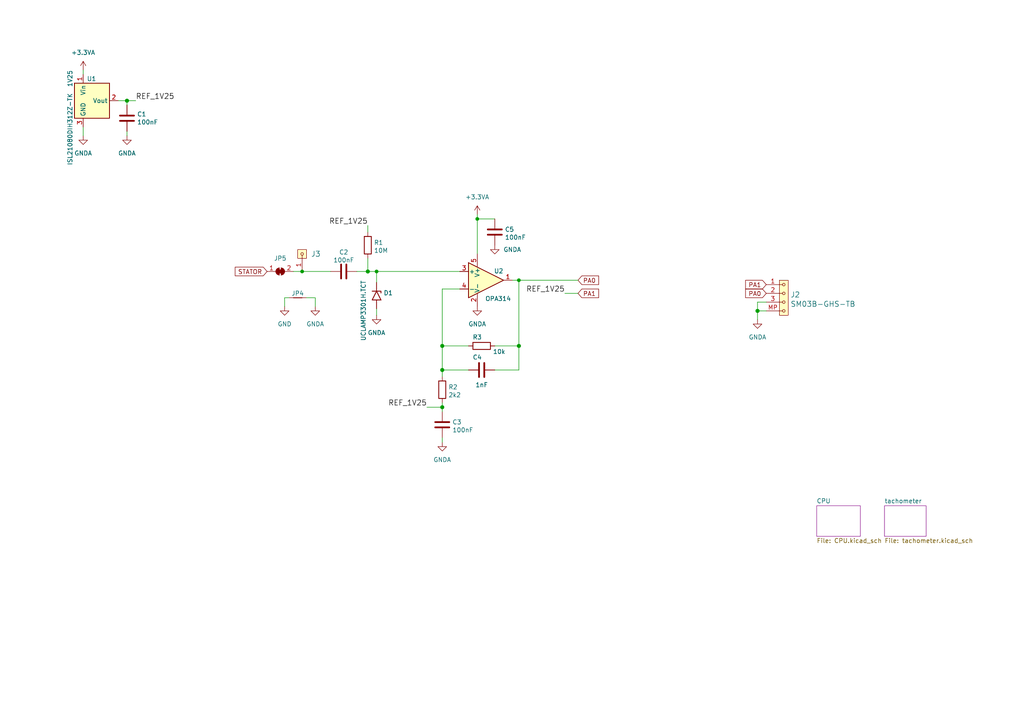
<source format=kicad_sch>
(kicad_sch (version 20230121) (generator eeschema)
  (paper "A4")
  (title_block (title "THUNDERMILL01B") (date "2023-11-04") (company "ust.cz") (comment 1 "Stator PCB\\n - signal processing board"))
  (lib_symbols
    (symbol "Amplifier_Operational:OPA330xxDBV" (pin_names (offset 0.127))
      (property "Reference" "U" (at -1.27 6.35 0))
      (property "Value" "OPA330xxDBV" (at -1.27 3.81 0))
      (symbol "OPA330xxDBV_0_1"
        (polyline (pts (xy -5.08 5.08) (xy 5.08 0) (xy -5.08 -5.08) (xy -5.08 5.08)) (stroke (width 0.254)) (fill (type background)))
        (pin power_in line (at -2.54 -7.62 90) (length 3.81) (name "V-") (number "2"))
        (pin power_in line (at -2.54 7.62 270) (length 3.81) (name "V+") (number "5"))
      )
      (symbol "OPA330xxDBV_1_1"
        (pin output line (at 7.62 0 180) (length 2.54) (name "~") (number "1"))
        (pin input line (at -7.62 2.54 0) (length 2.54) (name "+") (number "3"))
        (pin input line (at -7.62 -2.54 0) (length 2.54) (name "-") (number "4"))
      )
    )
    (symbol "Device:C" (pin_numbers hide) (pin_names (offset 0.254))
      (property "Reference" "C" (at 0.635 2.54 0))
      (property "Value" "C" (at 0.635 -2.54 0))
      (symbol "C_0_1"
        (polyline (pts (xy -2.032 -0.762) (xy 2.032 -0.762)) (stroke (width 0.508)))
        (polyline (pts (xy -2.032 0.762) (xy 2.032 0.762)) (stroke (width 0.508)))
      )
      (symbol "C_1_1"
        (pin passive line (at 0 3.81 270) (length 2.794) (name "~") (number "1"))
        (pin passive line (at 0 -3.81 90) (length 2.794) (name "~") (number "2"))
      )
    )
    (symbol "Device:NetTie_2" (pin_numbers hide) (pin_names (offset 0) hide) (in_bom no)
      (property "Reference" "NT" (at 0 1.27 0))
      (property "Value" "NetTie_2" (at 0 -1.27 0))
      (symbol "NetTie_2_0_1"
        (polyline (pts (xy -1.27 0) (xy 1.27 0)) (stroke (width 0.254)))
      )
      (symbol "NetTie_2_1_1"
        (pin passive line (at -2.54 0 0) (length 2.54) (name "1") (number "1"))
        (pin passive line (at 2.54 0 180) (length 2.54) (name "2") (number "2"))
      )
    )
    (symbol "Device:R" (pin_numbers hide) (pin_names (offset 0))
      (property "Reference" "R" (at 2.032 0 90))
      (property "Value" "R" (at 0 0 90))
      (symbol "R_0_1"
        (rectangle (start -1.016 -2.54) (end 1.016 2.54) (stroke (width 0.254)))
      )
      (symbol "R_1_1"
        (pin passive line (at 0 3.81 270) (length 1.27) (name "~") (number "1"))
        (pin passive line (at 0 -3.81 90) (length 1.27) (name "~") (number "2"))
      )
    )
    (symbol "Diode:SM6T12A" (pin_numbers hide) (pin_names (offset 1.016) hide)
      (property "Reference" "D" (at 0 2.54 0))
      (property "Value" "SM6T12A" (at 0 -2.54 0))
      (symbol "SM6T12A_0_1"
        (polyline (pts (xy -0.762 1.27) (xy -1.27 1.27) (xy -1.27 -1.27)) (stroke (width 0.254)))
        (polyline (pts (xy 1.27 1.27) (xy 1.27 -1.27) (xy -1.27 0) (xy 1.27 1.27)) (stroke (width 0.254)))
      )
      (symbol "SM6T12A_1_1"
        (pin passive line (at -3.81 0 0) (length 2.54) (name "A1") (number "1"))
        (pin passive line (at 3.81 0 180) (length 2.54) (name "A2") (number "2"))
      )
    )
    (symbol "Jumper:SolderJumper_2_Bridged" (pin_names (offset 0) hide)
      (property "Reference" "JP" (at 0 2.032 0))
      (property "Value" "SolderJumper_2_Bridged" (at 0 -2.54 0))
      (symbol "SolderJumper_2_Bridged_0_1"
        (rectangle (start -0.508 0.508) (end 0.508 -0.508) (fill (type outline)))
        (arc (start -0.254 1.016) (mid -1.2656 0) (end -0.254 -1.016))
        (arc (start -0.254 1.016) (mid -1.2656 0) (end -0.254 -1.016) (fill (type outline)))
        (polyline (pts (xy -0.254 1.016) (xy -0.254 -1.016)))
        (polyline (pts (xy 0.254 1.016) (xy 0.254 -1.016)))
        (arc (start 0.254 -1.016) (mid 1.2656 0) (end 0.254 1.016))
        (arc (start 0.254 -1.016) (mid 1.2656 0) (end 0.254 1.016) (fill (type outline)))
      )
      (symbol "SolderJumper_2_Bridged_1_1"
        (pin passive line (at -3.81 0 0) (length 2.54) (name "A") (number "1"))
        (pin passive line (at 3.81 0 180) (length 2.54) (name "B") (number "2"))
      )
    )
    (symbol "MLAB_CONNECTORS_JST:SM03B-GHS-TB" (pin_names (offset 1.016))
      (property "Reference" "J" (at 0 -6.35 0))
      (property "Value" "SM03B-GHS-TB" (at 0 6.35 0))
      (property "Footprint" "Connector_JST:JST_GH_SM03B-GHS-TB_1x03-1MP_P1.25mm_Horizontal" (at 0 3.81 0))
      (symbol "SM03B-GHS-TB_0_1"
        (rectangle (start -1.27 5.08) (end 1.27 -5.08) (fill (type background)))
        (circle (center 0 -3.81) (radius 0.381))
        (circle (center 0 -1.27) (radius 0.381))
        (polyline (pts (xy -1.27 -3.81) (xy -0.381 -3.81)))
        (polyline (pts (xy -1.27 -1.27) (xy -0.381 -1.27)))
        (polyline (pts (xy -1.27 1.27) (xy -0.381 1.27)))
        (polyline (pts (xy -1.27 3.81) (xy -0.381 3.81)))
        (circle (center 0 1.27) (radius 0.381))
        (circle (center 0 3.81) (radius 0.381))
      )
      (symbol "SM03B-GHS-TB_1_1"
        (pin input line (at -5.08 3.81 0) (length 3.81) (name "~") (number "1"))
        (pin input line (at -5.08 1.27 0) (length 3.81) (name "~") (number "2"))
        (pin input line (at -5.08 -1.27 0) (length 3.81) (name "~") (number "3"))
        (pin input line (at -5.08 -3.81 0) (length 3.81) (name "") (number "MP"))
      )
    )
    (symbol "MLAB_HEADER:HEADER_1x01" (pin_names (offset 1.016))
      (property "Reference" "J" (at 0 -2.54 0))
      (property "Value" "HEADER_1x01" (at 0 2.54 0))
      (symbol "HEADER_1x01_0_1"
        (rectangle (start -1.27 1.27) (end 1.27 -1.27) (fill (type background)))
        (polyline (pts (xy -1.27 0) (xy -0.381 0)))
        (circle (center 0 0) (radius 0.381))
      )
      (symbol "HEADER_1x01_1_1"
        (pin input line (at -5.08 0 0) (length 3.81) (name "~") (number "1"))
      )
    )
    (symbol "Reference_Voltage:ISL21070CIH320Z-TK"
      (property "Reference" "U" (at -0.635 8.255 0))
      (property "Value" "ISL21070CIH320Z-TK" (at -1.905 6.35 0))
      (symbol "ISL21070CIH320Z-TK_0_1"
        (rectangle (start -5.08 5.08) (end 5.08 -5.08) (stroke (width 0.254)) (fill (type background)))
      )
      (symbol "ISL21070CIH320Z-TK_1_1"
        (pin power_in line (at -2.54 7.62 270) (length 2.54) (name "Vin") (number "1"))
        (pin power_out line (at 7.62 0 180) (length 2.54) (name "Vout") (number "2"))
        (pin power_in line (at -2.54 -7.62 90) (length 2.54) (name "GND") (number "3"))
      )
    )
    (symbol "power:+3.3VA" (power) (pin_names (offset 0))
      (property "Value" "+3.3VA" (at 0 3.556 0))
      (symbol "+3.3VA_0_1"
        (polyline (pts (xy -0.762 1.27) (xy 0 2.54)))
        (polyline (pts (xy 0 0) (xy 0 2.54)))
        (polyline (pts (xy 0 2.54) (xy 0.762 1.27)))
      )
      (symbol "+3.3VA_1_1"
        (pin power_in line (at 0 0 90) (length 0) hide (name "+3.3VA") (number "1"))
      )
    )
    (symbol "power:GND" (power) (pin_names (offset 0))
      (property "Value" "GND" (at 0 -3.81 0))
      (symbol "GND_0_1"
        (polyline (pts (xy 0 0) (xy 0 -1.27) (xy 1.27 -1.27) (xy 0 -2.54) (xy -1.27 -1.27) (xy 0 -1.27)))
      )
      (symbol "GND_1_1"
        (pin power_in line (at 0 0 270) (length 0) hide (name "GND") (number "1"))
      )
    )
    (symbol "power:GNDA" (power) (pin_names (offset 0))
      (property "Value" "GNDA" (at 0 -3.81 0))
      (symbol "GNDA_0_1"
        (polyline (pts (xy 0 0) (xy 0 -1.27) (xy 1.27 -1.27) (xy 0 -2.54) (xy -1.27 -1.27) (xy 0 -1.27)))
      )
      (symbol "GNDA_1_1"
        (pin power_in line (at 0 0 270) (length 0) hide (name "GNDA") (number "1"))
      )
    )
  )
  (junction (at 106.68 78.74) (diameter 1.016))
  (junction (at 128.27 107.315) (diameter 1.016))
  (junction (at 219.71 90.17) (diameter 1.016))
  (junction (at 109.22 78.74))
  (junction (at 87.63 78.74))
  (junction (at 128.27 100.33) (diameter 1.016))
  (junction (at 150.495 100.33) (diameter 1.016))
  (junction (at 138.43 63.5))
  (junction (at 36.83 29.21) (diameter 1.016))
  (junction (at 128.27 118.11) (diameter 1.016))
  (junction (at 150.495 81.28))
  (wire (pts (xy 148.59 81.28) (xy 150.495 81.28)))
  (wire (pts (xy 106.68 74.93) (xy 106.68 78.74)))
  (wire (pts (xy 138.43 63.5) (xy 138.43 62.23)))
  (wire (pts (xy 219.71 87.63) (xy 219.71 90.17)))
  (wire (pts (xy 219.71 90.17) (xy 219.71 92.71)))
  (wire (pts (xy 36.83 29.21) (xy 39.37 29.21)))
  (wire (pts (xy 24.13 36.83) (xy 24.13 39.37)))
  (wire (pts (xy 109.22 78.74) (xy 133.35 78.74)))
  (wire (pts (xy 103.505 78.74) (xy 106.68 78.74)))
  (wire (pts (xy 106.68 78.74) (xy 109.22 78.74)))
  (wire (pts (xy 85.09 78.74) (xy 87.63 78.74)))
  (wire (pts (xy 219.71 90.17) (xy 222.25 90.17)))
  (wire (pts (xy 82.55 88.9) (xy 82.55 86.36)))
  (wire (pts (xy 36.83 30.48) (xy 36.83 29.21)))
  (wire (pts (xy 128.27 100.33) (xy 135.89 100.33)))
  (wire (pts (xy 82.55 86.36) (xy 83.82 86.36)))
  (wire (pts (xy 128.27 107.315) (xy 135.89 107.315)))
  (wire (pts (xy 24.13 20.32) (xy 24.13 21.59)))
  (wire (pts (xy 106.68 65.405) (xy 106.68 67.31)))
  (wire (pts (xy 143.51 100.33) (xy 150.495 100.33)))
  (wire (pts (xy 219.71 87.63) (xy 222.25 87.63)))
  (wire (pts (xy 109.22 78.74) (xy 109.22 81.915)))
  (wire (pts (xy 150.495 81.28) (xy 150.495 100.33)))
  (wire (pts (xy 128.27 100.33) (xy 128.27 107.315)))
  (wire (pts (xy 128.27 107.315) (xy 128.27 109.22)))
  (wire (pts (xy 163.83 85.09) (xy 167.64 85.09)))
  (wire (pts (xy 34.29 29.21) (xy 36.83 29.21)))
  (wire (pts (xy 91.44 88.9) (xy 91.44 86.36)))
  (wire (pts (xy 138.43 63.5) (xy 143.51 63.5)))
  (wire (pts (xy 109.22 89.535) (xy 109.22 91.44)))
  (wire (pts (xy 87.63 78.74) (xy 95.885 78.74)))
  (wire (pts (xy 150.495 81.28) (xy 167.64 81.28)))
  (wire (pts (xy 128.27 116.84) (xy 128.27 118.11)))
  (wire (pts (xy 128.27 118.11) (xy 128.27 119.38)))
  (wire (pts (xy 128.27 127) (xy 128.27 128.27)))
  (wire (pts (xy 36.83 39.37) (xy 36.83 38.1)))
  (wire (pts (xy 88.9 86.36) (xy 91.44 86.36)))
  (wire (pts (xy 128.27 83.82) (xy 128.27 100.33)))
  (wire (pts (xy 133.35 83.82) (xy 128.27 83.82)))
  (wire (pts (xy 123.825 118.11) (xy 128.27 118.11)))
  (wire (pts (xy 138.43 63.5) (xy 138.43 73.66)))
  (wire (pts (xy 143.51 107.315) (xy 150.495 107.315)))
  (wire (pts (xy 150.495 107.315) (xy 150.495 100.33)))
  (label "REF_1V25" (at 106.68 65.405 180) (effects (font (size 1.524 1.524))))
  (label "REF_1V25" (at 163.83 85.09 180) (effects (font (size 1.524 1.524))))
  (label "REF_1V25" (at 123.825 118.11 180) (effects (font (size 1.524 1.524))))
  (label "REF_1V25" (at 39.37 29.21 0) (effects (font (size 1.524 1.524))))
  (global_label "PA1" (shape input) (at 222.25 82.55 180) (property "Intersheetrefs" "${INTERSHEET_REFS}" (effects hide)))
  (global_label "STATOR" (shape input) (at 77.47 78.74 180) (property "Intersheetrefs" "${INTERSHEET_REFS}" (effects hide)))
  (global_label "PA0" (shape input) (at 222.25 85.09 180) (property "Intersheetrefs" "${INTERSHEET_REFS}" (effects hide)))
  (global_label "PA1" (shape input) (at 167.64 85.09 0) (property "Intersheetrefs" "${INTERSHEET_REFS}" (effects hide)))
  (global_label "PA0" (shape input) (at 167.64 81.28 0) (property "Intersheetrefs" "${INTERSHEET_REFS}" (effects hide)))
  (symbol (lib_id "power:+3.3VA") (at 24.13 20.32 0) (unit 1)
    (property "Reference" "#PWR062" (effects hide))
    (property "Value" "+3.3VA" (at 24.13 15.24 0))
  )
  (symbol (lib_id "Device:C") (at 139.7 107.315 90) (unit 1)
    (property "Reference" "C4" (at 138.43 103.6278 90))
    (property "Value" "1nF" (at 139.7 111.6415 90))
    (property "Footprint" "Capacitor_SMD:C_0603_1608Metric" (effects hide))
    (property "UST_ID" "5c70984812875079b91f8bec" (effects hide))
  )
  (symbol (lib_id "power:GNDA") (at 219.71 92.71 0) (unit 1)
    (property "Reference" "#PWR020" (effects hide))
    (property "Value" "GNDA" (at 219.71 97.79 0))
  )
  (symbol (lib_id "power:GNDA") (at 109.22 91.44 0) (unit 1)
    (property "Reference" "#PWR05" (effects hide))
    (property "Value" "GNDA" (at 109.22 96.52 0))
  )
  (symbol (lib_id "Device:R") (at 139.7 100.33 90) (unit 1)
    (property "Reference" "R3" (at 138.43 97.7858 90))
    (property "Value" "10k" (at 144.78 101.9895 90))
    (property "Footprint" "Resistor_SMD:R_0603_1608Metric" (effects hide))
    (property "UST_ID" "5c70984512875079b91f8962" (effects hide))
  )
  (symbol (lib_id "Jumper:SolderJumper_2_Bridged") (at 81.28 78.74 0) (unit 1)
    (property "Reference" "JP5" (at 81.28 74.93 0))
    (property "Value" "SolderJumper_2_Bridged" (effects hide))
    (property "Footprint" "Jumper:SolderJumper-2_P1.3mm_Bridged_RoundedPad1.0x1.5mm" (effects hide))
  )
  (symbol (lib_id "Device:R") (at 128.27 113.03 180) (unit 1)
    (property "Reference" "R2" (at 130.0481 112.2691 0) (effects (justify right)))
    (property "Value" "2k2" (at 130.0481 114.5678 0) (effects (justify right)))
    (property "Footprint" "Resistor_SMD:R_0603_1608Metric" (effects hide))
    (property "UST_ID" "5c70984512875079b91f895e" (effects hide))
  )
  (symbol (lib_id "power:GNDA") (at 143.51 71.12 0) (unit 1)
    (property "Reference" "#PWR09" (effects hide))
    (property "Value" "GNDA" (at 148.59 72.39 0))
  )
  (symbol (lib_id "power:GND") (at 82.55 88.9 0) (unit 1)
    (property "Reference" "#PWR086" (effects hide))
    (property "Value" "GND" (at 82.55 93.98 0))
  )
  (symbol (lib_id "Diode:SM6T12A") (at 109.22 85.725 270) (unit 1)
    (property "Reference" "D1" (at 111.2521 84.9641 90) (effects (justify left)))
    (property "Value" "UCLAMP3301H.TCT" (at 105.41 81.28 0) (effects (justify left)))
    (property "Footprint" "Diode_SMD:D_SOD-523" (effects hide))
    (property "Datasheet" "https://www.st.com/resource/en/datasheet/sm6t.pdf" (effects hide))
    (property "UST_ID" "612514fe1287500165a976f3" (effects hide))
  )
  (symbol (lib_id "MLAB_HEADER:HEADER_1x01") (at 87.63 73.66 90) (unit 1)
    (property "Reference" "J3" (at 90.17 73.66 90) (effects (font (size 1.524 1.524)) (justify right)))
    (property "Value" "HEADER_1x01" (effects hide))
    (property "Footprint" "Mlab_Pin_Headers:Straight_1x01" (effects hide))
  )
  (symbol (lib_id "power:GNDA") (at 91.44 88.9 0) (unit 1)
    (property "Reference" "#PWR04" (effects hide))
    (property "Value" "GNDA" (at 91.44 93.98 0))
  )
  (symbol (lib_id "power:GNDA") (at 24.13 39.37 0) (unit 1)
    (property "Reference" "#PWR03" (effects hide))
    (property "Value" "GNDA" (at 24.13 44.45 0))
  )
  (symbol (lib_id "Device:NetTie_2") (at 86.36 86.36 0) (unit 1) (in_bom no)
    (property "Reference" "JP4" (at 86.36 85.09 0))
    (property "Value" "Jumper_2_Bridged" (effects hide))
    (property "Footprint" "NetTie:NetTie-2_SMD_Pad0.5mm" (effects hide))
  )
  (symbol (lib_id "Device:R") (at 106.68 71.12 0) (unit 1)
    (property "Reference" "R1" (at 108.4581 70.3591 0) (effects (justify left)))
    (property "Value" "10M" (at 108.4581 72.6578 0) (effects (justify left)))
    (property "Footprint" "Resistor_SMD:R_0603_1608Metric" (effects hide))
    (property "UST_ID" "5c70984712875079b91f8b6d" (effects hide))
  )
  (symbol (lib_id "Device:C") (at 143.51 67.31 180) (unit 1)
    (property "Reference" "C5" (at 146.4311 66.5491 0) (effects (justify right)))
    (property "Value" "100nF" (at 146.4311 68.8478 0) (effects (justify right)))
    (property "Footprint" "Capacitor_SMD:C_0603_1608Metric" (effects hide))
    (property "UST_ID" "5c70984812875079b91f8bf2" (effects hide))
  )
  (symbol (lib_id "Amplifier_Operational:OPA330xxDBV") (at 140.97 81.28 0) (unit 1)
    (property "Reference" "U2" (at 143.2561 78.6141 0) (effects (justify left)))
    (property "Value" "OPA314" (at 140.7161 86.6278 0) (effects (justify left)))
    (property "Footprint" "Package_TO_SOT_SMD:SOT-23-5" (effects hide))
    (property "Datasheet" "https://www.ti.com/lit/ds/symlink/opa314-q1.pdf?HQS=dis-mous-null-mousermode-dsf-pf-null-wwe&ts=1627026622034&ref_url=https%253A%252F%252Fcz.mouser.com%252F" (effects hide))
    (property "UST_ID" "5c70984412875079b91f879a" (effects hide))
  )
  (symbol (lib_id "power:GNDA") (at 138.43 88.9 0) (unit 1)
    (property "Reference" "#PWR08" (effects hide))
    (property "Value" "GNDA" (at 138.43 93.98 0))
  )
  (symbol (lib_id "Device:C") (at 128.27 123.19 180) (unit 1)
    (property "Reference" "C3" (at 131.1911 122.4291 0) (effects (justify right)))
    (property "Value" "100nF" (at 131.1911 124.7278 0) (effects (justify right)))
    (property "Footprint" "Capacitor_SMD:C_0603_1608Metric" (effects hide))
    (property "UST_ID" "5c70984812875079b91f8bf2" (effects hide))
  )
  (symbol (lib_id "Device:C") (at 99.695 78.74 90) (unit 1)
    (property "Reference" "C2" (at 99.695 73.1478 90))
    (property "Value" "100nF" (at 99.695 75.4465 90))
    (property "Footprint" "Capacitor_SMD:C_0603_1608Metric" (effects hide))
    (property "UST_ID" "5c70984812875079b91f8bf2" (effects hide))
  )
  (symbol (lib_id "Reference_Voltage:ISL21070CIH320Z-TK") (at 26.67 29.21 0) (unit 1)
    (property "Reference" "U1" (at 27.94 22.86 0) (effects (justify right)))
    (property "Value" "ISL21080DIH312Z-TK  1V25" (at 20.32 20.32 90) (effects (justify right)))
    (property "Footprint" "Package_TO_SOT_SMD:SOT-23" (effects hide))
    (property "Datasheet" "http://www.intersil.com/content/dam/Intersil/documents/fn75/fn7599.pdf" (effects hide))
    (property "UST_ID" "5c70984712875079b91f8b7a" (effects hide))
  )
  (symbol (lib_id "power:+3.3VA") (at 138.43 62.23 0) (unit 1)
    (property "Reference" "#PWR023" (effects hide))
    (property "Value" "+3.3VA" (at 138.43 57.15 0))
  )
  (symbol (lib_id "Device:C") (at 36.83 34.29 0) (unit 1)
    (property "Reference" "C1" (at 39.751 33.1216 0) (effects (justify left)))
    (property "Value" "100nF" (at 39.751 35.433 0) (effects (justify left)))
    (property "Footprint" "Capacitor_SMD:C_0603_1608Metric" (effects hide))
    (property "UST_ID" "5c70984812875079b91f8bf2" (effects hide))
  )
  (symbol (lib_id "power:GNDA") (at 36.83 39.37 0) (unit 1)
    (property "Reference" "#PWR082" (effects hide))
    (property "Value" "GNDA" (at 36.83 44.45 0))
  )
  (symbol (lib_id "MLAB_CONNECTORS_JST:SM03B-GHS-TB") (at 227.33 86.36 0) (unit 1)
    (property "Reference" "J2" (at 229.2351 85.4724 0) (effects (font (size 1.524 1.524)) (justify left)))
    (property "Value" "SM03B-GHS-TB" (at 229.2351 88.18 0) (effects (font (size 1.524 1.524)) (justify left)))
    (property "Footprint" "Connector_JST:JST_GH_SM03B-GHS-TB_1x03-1MP_P1.25mm_Horizontal" (effects hide))
    (property "UST_ID" "612880e51287500165a978de" (effects hide))
  )
  (symbol (lib_id "power:GNDA") (at 128.27 128.27 0) (unit 1)
    (property "Reference" "#PWR06" (effects hide))
    (property "Value" "GNDA" (at 128.27 133.35 0))
  )
  (sheet (at 256.54 146.685) (size 12.065 8.89) (stroke (width 0.0005) (color 132 0 132 1)) (fill (color 255 255 255 0.0000))
    (property "Sheetname" "tachometer" (at 256.54 146.0493 0) (effects (justify left bottom)))
    (property "Sheetfile" "tachometer.kicad_sch" (at 256.54 156.0837 0) (effects (justify left top)))
  )
  (sheet (at 236.855 146.685) (size 12.7 8.89) (stroke (width 0.0005) (color 132 0 132 1)) (fill (color 255 255 255 0.0000))
    (property "Sheetname" "CPU" (at 236.855 146.0493 0) (effects (justify left bottom)))
    (property "Sheetfile" "CPU.kicad_sch" (at 236.855 156.0837 0) (effects (justify left top)))
  )
)
</source>
